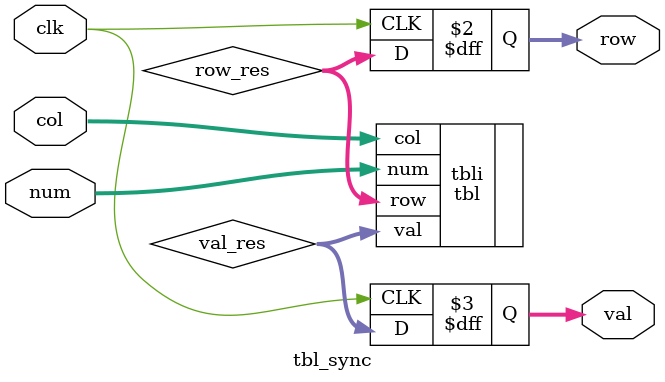
<source format=v>
`timescale 1ns / 1ps

module tbl_sync (
       input wire clk,
       input wire [NUM_WIDTH-1:0] num,          // Number to compare
       input wire [COL_WIDTH-1:0] col,          // Column to search 
       output reg [ROW_WIDTH-1:0] row,          // Row of last cell which <= num 
       output reg [VALUE_WIDTH-1:0] val);       // Value of this cell

parameter NUM_WIDTH=10;   // Width of num
parameter ROWS_NUM=13;    // Number of rows
parameter VALUE_WIDTH=10; // Width of the output value
parameter COL_WIDTH=4;
parameter ROW_WIDTH=4;

wire [ROW_WIDTH-1:0] row_res;
wire [VALUE_WIDTH-1:0] val_res;

// dirty hack for Vivado (+1)
tbl #(
    .NUM_WIDTH(NUM_WIDTH),
	.ROWS_NUM(ROWS_NUM),
	.VALUE_WIDTH(VALUE_WIDTH), 
	.COL_WIDTH(COL_WIDTH),
	.ROW_WIDTH(ROW_WIDTH))
  tbli(
    .num(num),
    .col(col),
	.row(row_res),
	.val(val_res));

always @ (posedge clk)
begin
    row <= row_res;
    val <= val_res;
end
 
endmodule

</source>
